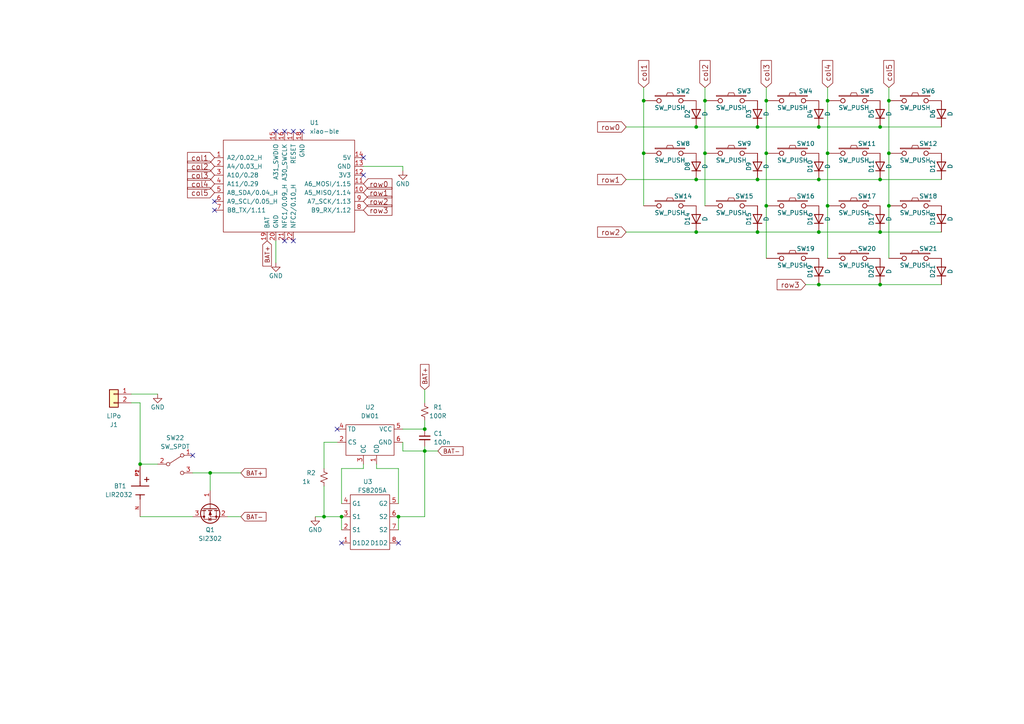
<source format=kicad_sch>
(kicad_sch (version 20230121) (generator eeschema)
  (paper "A4")
  (title_block (title "Corne Choc Xiao") (date "2023-06-09") (rev "2.0"))
  (lib_symbols
    (symbol "3002:3002" (pin_names (offset 1.016))
      (property "Reference" "BT" (at -3.81 3.81 0))
      (property "Value" "3002" (at -3.81 -5.08 0))
      (symbol "3002_0_0"
        (polyline (pts (xy -3.81 1.905) (xy -2.54 1.905)) (stroke (width 0.254)))
        (polyline (pts (xy -3.175 2.54) (xy -3.175 1.27)) (stroke (width 0.254)))
        (polyline (pts (xy -1.27 0) (xy -2.54 0)) (stroke (width 0.254)))
        (polyline (pts (xy -1.27 0) (xy -1.27 -2.54)) (stroke (width 0.254)))
        (polyline (pts (xy -1.27 2.54) (xy -1.27 0)) (stroke (width 0.254)))
        (polyline (pts (xy 1.27 0) (xy 1.27 -1.27)) (stroke (width 0.254)))
        (polyline (pts (xy 1.27 0) (xy 2.54 0)) (stroke (width 0.254)))
        (polyline (pts (xy 1.27 1.27) (xy 1.27 0)) (stroke (width 0.254)))
        (pin passive line (at 7.62 0 180) (length 5.08) (name "~") (number "N"))
        (pin passive line (at -7.62 0 0) (length 5.08) (name "~") (number "P1"))
        (pin passive line (at -7.62 0 0) (length 5.08) (name "~") (number "P2"))
      )
    )
    (symbol "Connector_Generic:Conn_01x02" (pin_names (offset 1.016) hide)
      (property "Reference" "J" (at 0 2.54 0))
      (property "Value" "Conn_01x02" (at 0 -5.08 0))
      (symbol "Conn_01x02_1_1"
        (rectangle (start -1.27 -2.413) (end 0 -2.667) (stroke (width 0.1524)))
        (rectangle (start -1.27 0.127) (end 0 -0.127) (stroke (width 0.1524)))
        (rectangle (start -1.27 1.27) (end 1.27 -3.81) (stroke (width 0.254)) (fill (type background)))
        (pin passive line (at -5.08 0 0) (length 3.81) (name "Pin_1") (number "1"))
        (pin passive line (at -5.08 -2.54 0) (length 3.81) (name "Pin_2") (number "2"))
      )
    )
    (symbol "Device:C_Small" (pin_numbers hide) (pin_names (offset 0.254) hide)
      (property "Reference" "C" (at 0.254 1.778 0))
      (property "Value" "C_Small" (at 0.254 -2.032 0))
      (symbol "C_Small_0_1"
        (polyline (pts (xy -1.524 -0.508) (xy 1.524 -0.508)) (stroke (width 0.3302)))
        (polyline (pts (xy -1.524 0.508) (xy 1.524 0.508)) (stroke (width 0.3048)))
      )
      (symbol "C_Small_1_1"
        (pin passive line (at 0 2.54 270) (length 2.032) (name "~") (number "1"))
        (pin passive line (at 0 -2.54 90) (length 2.032) (name "~") (number "2"))
      )
    )
    (symbol "Device:D" (pin_numbers hide) (pin_names (offset 1.016) hide)
      (property "Reference" "D" (at 0 2.54 0))
      (property "Value" "D" (at 0 -2.54 0))
      (symbol "D_0_1"
        (polyline (pts (xy -1.27 1.27) (xy -1.27 -1.27)) (stroke (width 0.254)))
        (polyline (pts (xy 1.27 0) (xy -1.27 0)))
        (polyline (pts (xy 1.27 1.27) (xy 1.27 -1.27) (xy -1.27 0) (xy 1.27 1.27)) (stroke (width 0.254)))
      )
      (symbol "D_1_1"
        (pin passive line (at -3.81 0 0) (length 2.54) (name "K") (number "1"))
        (pin passive line (at 3.81 0 180) (length 2.54) (name "A") (number "2"))
      )
    )
    (symbol "Device:R_Small_US" (pin_numbers hide) (pin_names (offset 0.254) hide)
      (property "Reference" "R" (at 0.762 0.508 0))
      (property "Value" "R_Small_US" (at 0.762 -1.016 0))
      (symbol "R_Small_US_1_1"
        (polyline (pts (xy 0 0) (xy 1.016 -0.381) (xy 0 -0.762) (xy -1.016 -1.143) (xy 0 -1.524)))
        (polyline (pts (xy 0 1.524) (xy 1.016 1.143) (xy 0 0.762) (xy -1.016 0.381) (xy 0 0)))
        (pin passive line (at 0 2.54 270) (length 1.016) (name "~") (number "1"))
        (pin passive line (at 0 -2.54 90) (length 1.016) (name "~") (number "2"))
      )
    )
    (symbol "Switch:SW_SPDT" (pin_names (offset 0) hide)
      (property "Reference" "SW" (at 0 4.318 0))
      (property "Value" "SW_SPDT" (at 0 -5.08 0))
      (symbol "SW_SPDT_0_0"
        (circle (center -2.032 0) (radius 0.508))
        (circle (center 2.032 -2.54) (radius 0.508))
      )
      (symbol "SW_SPDT_0_1"
        (polyline (pts (xy -1.524 0.254) (xy 1.651 2.286)))
        (circle (center 2.032 2.54) (radius 0.508))
      )
      (symbol "SW_SPDT_1_1"
        (pin passive line (at 5.08 2.54 180) (length 2.54) (name "A") (number "1"))
        (pin passive line (at -5.08 0 0) (length 2.54) (name "B") (number "2"))
        (pin passive line (at 5.08 -2.54 180) (length 2.54) (name "C") (number "3"))
      )
    )
    (symbol "Transistor_FET:AO3400A" (pin_names hide)
      (property "Reference" "Q" (at 5.08 1.905 0))
      (property "Value" "AO3400A" (at 5.08 0 0))
      (symbol "AO3400A_0_1"
        (polyline (pts (xy 0.254 0) (xy -2.54 0)))
        (polyline (pts (xy 0.254 1.905) (xy 0.254 -1.905)) (stroke (width 0.254)))
        (polyline (pts (xy 0.762 -1.27) (xy 0.762 -2.286)) (stroke (width 0.254)))
        (polyline (pts (xy 0.762 0.508) (xy 0.762 -0.508)) (stroke (width 0.254)))
        (polyline (pts (xy 0.762 2.286) (xy 0.762 1.27)) (stroke (width 0.254)))
        (polyline (pts (xy 2.54 2.54) (xy 2.54 1.778)))
        (polyline (pts (xy 2.54 -2.54) (xy 2.54 0) (xy 0.762 0)))
        (polyline (pts (xy 0.762 -1.778) (xy 3.302 -1.778) (xy 3.302 1.778) (xy 0.762 1.778)))
        (polyline (pts (xy 1.016 0) (xy 2.032 0.381) (xy 2.032 -0.381) (xy 1.016 0)) (fill (type outline)))
        (polyline (pts (xy 2.794 0.508) (xy 2.921 0.381) (xy 3.683 0.381) (xy 3.81 0.254)))
        (polyline (pts (xy 3.302 0.381) (xy 2.921 -0.254) (xy 3.683 -0.254) (xy 3.302 0.381)))
        (circle (center 1.651 0) (radius 2.794) (stroke (width 0.254)))
        (circle (center 2.54 -1.778) (radius 0.254) (fill (type outline)))
        (circle (center 2.54 1.778) (radius 0.254) (fill (type outline)))
      )
      (symbol "AO3400A_1_1"
        (pin input line (at -5.08 0 0) (length 2.54) (name "G") (number "1"))
        (pin passive line (at 2.54 -5.08 90) (length 2.54) (name "S") (number "2"))
        (pin passive line (at 2.54 5.08 270) (length 2.54) (name "D") (number "3"))
      )
    )
    (symbol "corne-chocolate-rescue:SW_PUSH-kbd" (pin_numbers hide) (pin_names (offset 1.016) hide)
      (property "Reference" "SW" (at 3.81 2.794 0))
      (property "Value" "kbd:SW_PUSH" (at 0 -2.032 0))
      (symbol "SW_PUSH-kbd_0_1"
        (rectangle (start -4.318 1.27) (end 4.318 1.524))
        (polyline (pts (xy -1.016 1.524) (xy -0.762 2.286) (xy 0.762 2.286) (xy 1.016 1.524)))
        (pin passive inverted (at -7.62 0 0) (length 5.08) (name "1") (number "1"))
        (pin passive inverted (at 7.62 0 180) (length 5.08) (name "2") (number "2"))
      )
    )
    (symbol "dw01a:DW01"
      (property "Reference" "U" (at 1.27 10.16 0))
      (property "Value" "DW01" (at 11.43 10.16 0))
      (symbol "DW01_0_1"
        (rectangle (start 0 8.89) (end 13.97 0))
      )
      (symbol "DW01_1_1"
        (pin input line (at 8.89 -2.54 90) (length 2.54) (name "OD") (number "1"))
        (pin input line (at -2.54 3.81 0) (length 2.54) (name "CS") (number "2"))
        (pin input line (at 5.08 -2.54 90) (length 2.54) (name "OC") (number "3"))
        (pin input line (at -2.54 7.62 0) (length 2.54) (name "TD") (number "4"))
        (pin input line (at 16.51 7.62 180) (length 2.54) (name "VCC") (number "5"))
        (pin input line (at 16.51 3.81 180) (length 2.54) (name "GND") (number "6"))
      )
    )
    (symbol "fs8205:FS8205A"
      (property "Reference" "U" (at 1.27 5.08 0))
      (property "Value" "FS8205A" (at -1.27 8.89 90))
      (symbol "FS8205A_0_1"
        (rectangle (start 0 11.43) (end 15.875 0))
      )
      (symbol "FS8205A_1_1"
        (pin input line (at 13.97 13.97 270) (length 2.54) (name "D1D2") (number "1"))
        (pin input line (at 10.16 13.97 270) (length 2.54) (name "S1") (number "2"))
        (pin input line (at 6.35 13.97 270) (length 2.54) (name "S1") (number "3"))
        (pin input line (at 2.54 13.97 270) (length 2.54) (name "G1") (number "4"))
        (pin input line (at 2.54 -2.54 90) (length 2.54) (name "G2") (number "5"))
        (pin input line (at 6.35 -2.54 90) (length 2.54) (name "S2") (number "6"))
        (pin input line (at 10.16 -2.54 90) (length 2.54) (name "S2") (number "7"))
        (pin input line (at 13.97 -2.54 90) (length 2.54) (name "D1D2") (number "8"))
      )
    )
    (symbol "mcu:xiao-ble" (pin_names (offset 1.016))
      (property "Reference" "U" (at -17.78 16.51 0))
      (property "Value" "xiao-ble" (at -15.24 13.97 0))
      (symbol "xiao-ble_0_1"
        (rectangle (start -19.05 12.7) (end 19.05 -13.97))
      )
      (symbol "xiao-ble_1_1"
        (pin bidirectional line (at -21.59 7.62 0) (length 2.54) (name "A2/0.02_H") (number "1"))
        (pin bidirectional line (at 21.59 -2.54 180) (length 2.54) (name "A5_MISO/1.14") (number "10"))
        (pin bidirectional line (at 21.59 0 180) (length 2.54) (name "A6_MOSI/1.15") (number "11"))
        (pin power_out line (at 21.59 2.54 180) (length 2.54) (name "3V3") (number "12"))
        (pin power_out line (at 21.59 5.08 180) (length 2.54) (name "GND") (number "13"))
        (pin power_out line (at 21.59 7.62 180) (length 2.54) (name "5V") (number "14"))
        (pin input line (at -3.81 15.24 270) (length 2.54) (name "A31_SWDIO") (number "15"))
        (pin input line (at -1.27 15.24 270) (length 2.54) (name "A30_SWCLK") (number "16"))
        (pin input line (at 1.27 15.24 270) (length 2.54) (name "RESET") (number "17"))
        (pin power_out line (at 3.81 15.24 270) (length 2.54) (name "GND") (number "18"))
        (pin bidirectional line (at -6.35 -16.51 90) (length 2.54) (name "BAT") (number "19"))
        (pin bidirectional line (at -21.59 5.08 0) (length 2.54) (name "A4/0.03_H") (number "2"))
        (pin power_out line (at -3.81 -16.51 90) (length 2.54) (name "GND") (number "20"))
        (pin bidirectional line (at -1.27 -16.51 90) (length 2.54) (name "NFC1/0.09_H") (number "21"))
        (pin bidirectional line (at 1.27 -16.51 90) (length 2.54) (name "NFC2/0.10_H") (number "22"))
        (pin bidirectional line (at -21.59 2.54 0) (length 2.54) (name "A10/0.28") (number "3"))
        (pin bidirectional line (at -21.59 0 0) (length 2.54) (name "A11/0.29") (number "4"))
        (pin bidirectional line (at -21.59 -2.54 0) (length 2.54) (name "A8_SDA/0.04_H") (number "5"))
        (pin bidirectional line (at -21.59 -5.08 0) (length 2.54) (name "A9_SCL/0.05_H") (number "6"))
        (pin bidirectional line (at -21.59 -7.62 0) (length 2.54) (name "B8_TX/1.11") (number "7"))
        (pin bidirectional line (at 21.59 -7.62 180) (length 2.54) (name "B9_RX/1.12") (number "8"))
        (pin bidirectional line (at 21.59 -5.08 180) (length 2.54) (name "A7_SCK/1.13") (number "9"))
      )
    )
    (symbol "power:GND" (power) (pin_names (offset 0))
      (property "Value" "GND" (at 0 -3.81 0))
      (symbol "GND_0_1"
        (polyline (pts (xy 0 0) (xy 0 -1.27) (xy 1.27 -1.27) (xy 0 -2.54) (xy -1.27 -1.27) (xy 0 -1.27)))
      )
      (symbol "GND_1_1"
        (pin power_in line (at 0 0 270) (length 0) hide (name "GND") (number "1"))
      )
    )
  )
  (junction (at 219.71 36.83))
  (junction (at 115.57 149.86))
  (junction (at 240.03 29.21))
  (junction (at 204.47 29.21))
  (junction (at 237.49 52.07))
  (junction (at 40.64 134.62))
  (junction (at 93.98 149.86))
  (junction (at 255.27 52.07))
  (junction (at 240.03 44.45))
  (junction (at 186.69 44.45))
  (junction (at 257.81 59.69))
  (junction (at 201.93 36.83))
  (junction (at 257.81 29.21))
  (junction (at 99.06 149.86))
  (junction (at 219.71 52.07))
  (junction (at 255.27 36.83))
  (junction (at 201.93 67.31))
  (junction (at 186.69 29.21))
  (junction (at 255.27 67.31))
  (junction (at 219.71 67.31))
  (junction (at 222.25 29.21))
  (junction (at 240.03 59.69))
  (junction (at 237.49 67.31))
  (junction (at 204.47 44.45))
  (junction (at 123.19 124.46))
  (junction (at 60.96 137.16))
  (junction (at 123.19 130.81))
  (junction (at 255.27 82.55))
  (junction (at 237.49 36.83))
  (junction (at 222.25 59.69))
  (junction (at 222.25 44.45))
  (junction (at 257.81 44.45))
  (junction (at 237.49 82.55))
  (junction (at 201.93 52.07))
  (no_connect (at 62.23 60.96))
  (no_connect (at 87.63 38.1))
  (no_connect (at 115.57 157.48))
  (no_connect (at 55.88 132.08))
  (no_connect (at 85.09 69.85))
  (no_connect (at 80.01 38.1))
  (no_connect (at 105.41 50.8))
  (no_connect (at 85.09 38.1))
  (no_connect (at 105.41 45.72))
  (no_connect (at 62.23 58.42))
  (no_connect (at 99.06 157.48))
  (no_connect (at 82.55 38.1))
  (no_connect (at 82.55 69.85))
  (no_connect (at 97.79 124.46))
  (wire (pts (xy 99.06 135.89) (xy 99.06 146.05)))
  (wire (pts (xy 201.93 52.07) (xy 219.71 52.07)))
  (wire (pts (xy 116.84 48.26) (xy 105.41 48.26)))
  (wire (pts (xy 219.71 67.31) (xy 237.49 67.31)))
  (wire (pts (xy 60.96 137.16) (xy 60.96 142.24)))
  (wire (pts (xy 116.84 128.27) (xy 116.84 130.81)))
  (wire (pts (xy 240.03 25.4) (xy 240.03 29.21)))
  (wire (pts (xy 240.03 44.45) (xy 240.03 59.69)))
  (wire (pts (xy 201.93 36.83) (xy 219.71 36.83)))
  (wire (pts (xy 93.98 140.97) (xy 93.98 149.86)))
  (wire (pts (xy 55.88 137.16) (xy 60.96 137.16)))
  (wire (pts (xy 222.25 25.4) (xy 222.25 29.21)))
  (wire (pts (xy 45.72 114.3) (xy 38.1 114.3)))
  (wire (pts (xy 222.25 44.45) (xy 222.25 59.69)))
  (wire (pts (xy 123.19 121.92) (xy 123.19 124.46)))
  (wire (pts (xy 237.49 82.55) (xy 255.27 82.55)))
  (wire (pts (xy 116.84 130.81) (xy 123.19 130.81)))
  (wire (pts (xy 97.79 128.27) (xy 93.98 128.27)))
  (wire (pts (xy 181.61 67.31) (xy 201.93 67.31)))
  (wire (pts (xy 93.98 149.86) (xy 99.06 149.86)))
  (wire (pts (xy 123.19 130.81) (xy 123.19 149.86)))
  (wire (pts (xy 222.25 29.21) (xy 222.25 44.45)))
  (wire (pts (xy 40.64 116.84) (xy 40.64 134.62)))
  (wire (pts (xy 219.71 36.83) (xy 237.49 36.83)))
  (wire (pts (xy 115.57 135.89) (xy 115.57 146.05)))
  (wire (pts (xy 255.27 36.83) (xy 273.05 36.83)))
  (wire (pts (xy 204.47 29.21) (xy 204.47 44.45)))
  (wire (pts (xy 204.47 25.4) (xy 204.47 29.21)))
  (wire (pts (xy 240.03 59.69) (xy 240.03 74.93)))
  (wire (pts (xy 116.84 49.53) (xy 116.84 48.26)))
  (wire (pts (xy 255.27 82.55) (xy 273.05 82.55)))
  (wire (pts (xy 233.68 82.55) (xy 237.49 82.55)))
  (wire (pts (xy 116.84 124.46) (xy 123.19 124.46)))
  (wire (pts (xy 99.06 149.86) (xy 99.06 153.67)))
  (wire (pts (xy 219.71 52.07) (xy 237.49 52.07)))
  (wire (pts (xy 60.96 137.16) (xy 69.85 137.16)))
  (wire (pts (xy 237.49 67.31) (xy 255.27 67.31)))
  (wire (pts (xy 109.22 135.89) (xy 115.57 135.89)))
  (wire (pts (xy 66.04 149.86) (xy 69.85 149.86)))
  (wire (pts (xy 201.93 67.31) (xy 219.71 67.31)))
  (wire (pts (xy 91.44 149.86) (xy 93.98 149.86)))
  (wire (pts (xy 240.03 29.21) (xy 240.03 44.45)))
  (wire (pts (xy 115.57 149.86) (xy 115.57 153.67)))
  (wire (pts (xy 105.41 135.89) (xy 99.06 135.89)))
  (wire (pts (xy 255.27 67.31) (xy 273.05 67.31)))
  (wire (pts (xy 237.49 52.07) (xy 255.27 52.07)))
  (wire (pts (xy 109.22 134.62) (xy 109.22 135.89)))
  (wire (pts (xy 222.25 59.69) (xy 222.25 74.93)))
  (wire (pts (xy 237.49 36.83) (xy 255.27 36.83)))
  (wire (pts (xy 186.69 44.45) (xy 186.69 59.69)))
  (wire (pts (xy 38.1 116.84) (xy 40.64 116.84)))
  (wire (pts (xy 181.61 52.07) (xy 201.93 52.07)))
  (wire (pts (xy 123.19 113.03) (xy 123.19 116.84)))
  (wire (pts (xy 181.61 36.83) (xy 201.93 36.83)))
  (wire (pts (xy 123.19 149.86) (xy 115.57 149.86)))
  (wire (pts (xy 257.81 59.69) (xy 257.81 74.93)))
  (wire (pts (xy 40.64 149.86) (xy 55.88 149.86)))
  (wire (pts (xy 80.01 76.2) (xy 80.01 69.85)))
  (wire (pts (xy 93.98 128.27) (xy 93.98 135.89)))
  (wire (pts (xy 40.64 134.62) (xy 45.72 134.62)))
  (wire (pts (xy 123.19 130.81) (xy 127 130.81)))
  (wire (pts (xy 257.81 25.4) (xy 257.81 29.21)))
  (wire (pts (xy 204.47 44.45) (xy 204.47 59.69)))
  (wire (pts (xy 186.69 29.21) (xy 186.69 44.45)))
  (wire (pts (xy 123.19 130.81) (xy 123.19 129.54)))
  (wire (pts (xy 186.69 25.4) (xy 186.69 29.21)))
  (wire (pts (xy 105.41 134.62) (xy 105.41 135.89)))
  (wire (pts (xy 257.81 29.21) (xy 257.81 44.45)))
  (wire (pts (xy 257.81 44.45) (xy 257.81 59.69)))
  (wire (pts (xy 255.27 52.07) (xy 273.05 52.07)))
  (global_label "col5" (shape input) (at 257.81 25.4 90) (effects (font (size 1.524 1.524))) (property "Intersheetrefs" "${INTERSHEET_REFS}" (effects hide)))
  (global_label "BAT-" (shape input) (at 69.85 149.86 0) (property "Intersheetrefs" "${INTERSHEET_REFS}" (effects hide)))
  (global_label "BAT+" (shape input) (at 77.47 69.85 270) (property "Intersheetrefs" "${INTERSHEET_REFS}" (effects hide)))
  (global_label "row2" (shape input) (at 181.61 67.31 180) (effects (font (size 1.524 1.524))) (property "Intersheetrefs" "${INTERSHEET_REFS}" (effects hide)))
  (global_label "BAT+" (shape input) (at 123.19 113.03 90) (property "Intersheetrefs" "${INTERSHEET_REFS}" (effects hide)))
  (global_label "col1" (shape input) (at 186.69 25.4 90) (effects (font (size 1.524 1.524))) (property "Intersheetrefs" "${INTERSHEET_REFS}" (effects hide)))
  (global_label "row0" (shape input) (at 105.41 53.34 0) (effects (font (size 1.524 1.524))) (property "Intersheetrefs" "${INTERSHEET_REFS}" (effects hide)))
  (global_label "col3" (shape input) (at 222.25 25.4 90) (effects (font (size 1.524 1.524))) (property "Intersheetrefs" "${INTERSHEET_REFS}" (effects hide)))
  (global_label "row1" (shape input) (at 181.61 52.07 180) (effects (font (size 1.524 1.524))) (property "Intersheetrefs" "${INTERSHEET_REFS}" (effects hide)))
  (global_label "BAT-" (shape input) (at 127 130.81 0) (property "Intersheetrefs" "${INTERSHEET_REFS}" (effects hide)))
  (global_label "row2" (shape input) (at 105.41 58.42 0) (effects (font (size 1.524 1.524))) (property "Intersheetrefs" "${INTERSHEET_REFS}" (effects hide)))
  (global_label "BAT+" (shape input) (at 69.85 137.16 0) (property "Intersheetrefs" "${INTERSHEET_REFS}" (effects hide)))
  (global_label "col3" (shape input) (at 62.23 50.8 180) (effects (font (size 1.524 1.524))) (property "Intersheetrefs" "${INTERSHEET_REFS}" (effects hide)))
  (global_label "row1" (shape input) (at 105.41 55.88 0) (effects (font (size 1.524 1.524))) (property "Intersheetrefs" "${INTERSHEET_REFS}" (effects hide)))
  (global_label "col2" (shape input) (at 62.23 48.26 180) (effects (font (size 1.524 1.524))) (property "Intersheetrefs" "${INTERSHEET_REFS}" (effects hide)))
  (global_label "col1" (shape input) (at 62.23 45.72 180) (effects (font (size 1.524 1.524))) (property "Intersheetrefs" "${INTERSHEET_REFS}" (effects hide)))
  (global_label "col5" (shape input) (at 62.23 55.88 180) (effects (font (size 1.524 1.524))) (property "Intersheetrefs" "${INTERSHEET_REFS}" (effects hide)))
  (global_label "col4" (shape input) (at 62.23 53.34 180) (effects (font (size 1.524 1.524))) (property "Intersheetrefs" "${INTERSHEET_REFS}" (effects hide)))
  (global_label "col4" (shape input) (at 240.03 25.4 90) (effects (font (size 1.524 1.524))) (property "Intersheetrefs" "${INTERSHEET_REFS}" (effects hide)))
  (global_label "row3" (shape input) (at 233.68 82.55 180) (effects (font (size 1.524 1.524))) (property "Intersheetrefs" "${INTERSHEET_REFS}" (effects hide)))
  (global_label "col2" (shape input) (at 204.47 25.4 90) (effects (font (size 1.524 1.524))) (property "Intersheetrefs" "${INTERSHEET_REFS}" (effects hide)))
  (global_label "row3" (shape input) (at 105.41 60.96 0) (effects (font (size 1.524 1.524))) (property "Intersheetrefs" "${INTERSHEET_REFS}" (effects hide)))
  (global_label "row0" (shape input) (at 181.61 36.83 180) (effects (font (size 1.524 1.524))) (property "Intersheetrefs" "${INTERSHEET_REFS}" (effects hide)))
  (symbol (lib_id "corne-chocolate-rescue:SW_PUSH-kbd") (at 194.31 29.21 0) (unit 1)
    (property "Reference" "SW2" (at 198.12 26.416 0))
    (property "Value" "SW_PUSH" (at 194.31 31.242 0))
    (property "Footprint" "corne-choc-xiao:choc_socket-rev" (effects hide))
  )
  (symbol (lib_id "Device:D") (at 201.93 33.02 90) (unit 1)
    (property "Reference" "D2" (at 199.39 33.02 0))
    (property "Value" "D" (at 204.47 33.02 0))
    (property "Footprint" "corne-choc-xiao:D3_TH_SMD_v2" (effects hide))
  )
  (symbol (lib_id "corne-chocolate-rescue:SW_PUSH-kbd") (at 212.09 29.21 0) (unit 1)
    (property "Reference" "SW3" (at 215.9 26.416 0))
    (property "Value" "SW_PUSH" (at 212.09 31.242 0))
    (property "Footprint" "corne-choc-xiao:choc_socket-rev" (effects hide))
  )
  (symbol (lib_id "Device:D") (at 219.71 33.02 90) (unit 1)
    (property "Reference" "D3" (at 217.17 33.02 0))
    (property "Value" "D" (at 222.25 33.02 0))
    (property "Footprint" "corne-choc-xiao:D3_TH_SMD_v2" (effects hide))
  )
  (symbol (lib_id "corne-chocolate-rescue:SW_PUSH-kbd") (at 229.87 29.21 0) (unit 1)
    (property "Reference" "SW4" (at 233.68 26.416 0))
    (property "Value" "SW_PUSH" (at 229.87 31.242 0))
    (property "Footprint" "corne-choc-xiao:choc_socket-rev" (effects hide))
  )
  (symbol (lib_id "corne-chocolate-rescue:SW_PUSH-kbd") (at 247.65 29.21 0) (unit 1)
    (property "Reference" "SW5" (at 251.46 26.416 0))
    (property "Value" "SW_PUSH" (at 247.65 31.242 0))
    (property "Footprint" "corne-choc-xiao:choc_socket-rev" (effects hide))
  )
  (symbol (lib_id "corne-chocolate-rescue:SW_PUSH-kbd") (at 265.43 29.21 0) (unit 1)
    (property "Reference" "SW6" (at 269.24 26.416 0))
    (property "Value" "SW_PUSH" (at 265.43 31.242 0))
    (property "Footprint" "corne-choc-xiao:choc_socket-rev" (effects hide))
  )
  (symbol (lib_id "Device:D") (at 237.49 33.02 90) (unit 1)
    (property "Reference" "D4" (at 234.95 33.02 0))
    (property "Value" "D" (at 240.03 33.02 0))
    (property "Footprint" "corne-choc-xiao:D3_TH_SMD_v2" (effects hide))
  )
  (symbol (lib_id "Device:D") (at 255.27 33.02 90) (unit 1)
    (property "Reference" "D5" (at 252.73 33.02 0))
    (property "Value" "D" (at 257.81 33.02 0))
    (property "Footprint" "corne-choc-xiao:D3_TH_SMD_v2" (effects hide))
  )
  (symbol (lib_id "Device:D") (at 273.05 33.02 90) (unit 1)
    (property "Reference" "D6" (at 270.51 33.02 0))
    (property "Value" "D" (at 275.59 33.02 0))
    (property "Footprint" "corne-choc-xiao:D3_TH_SMD_v2" (effects hide))
  )
  (symbol (lib_id "corne-chocolate-rescue:SW_PUSH-kbd") (at 194.31 44.45 0) (unit 1)
    (property "Reference" "SW8" (at 198.12 41.656 0))
    (property "Value" "SW_PUSH" (at 194.31 46.482 0))
    (property "Footprint" "corne-choc-xiao:choc_socket-rev" (effects hide))
  )
  (symbol (lib_id "Device:D") (at 201.93 48.26 90) (unit 1)
    (property "Reference" "D8" (at 199.39 48.26 0))
    (property "Value" "D" (at 204.47 48.26 0))
    (property "Footprint" "corne-choc-xiao:D3_TH_SMD_v2" (effects hide))
  )
  (symbol (lib_id "corne-chocolate-rescue:SW_PUSH-kbd") (at 212.09 44.45 0) (unit 1)
    (property "Reference" "SW9" (at 215.9 41.656 0))
    (property "Value" "SW_PUSH" (at 212.09 46.482 0))
    (property "Footprint" "corne-choc-xiao:choc_socket-rev" (effects hide))
  )
  (symbol (lib_id "Device:D") (at 219.71 48.26 90) (unit 1)
    (property "Reference" "D9" (at 217.17 48.26 0))
    (property "Value" "D" (at 222.25 48.26 0))
    (property "Footprint" "corne-choc-xiao:D3_TH_SMD_v2" (effects hide))
  )
  (symbol (lib_id "corne-chocolate-rescue:SW_PUSH-kbd") (at 229.87 44.45 0) (unit 1)
    (property "Reference" "SW10" (at 233.68 41.656 0))
    (property "Value" "SW_PUSH" (at 229.87 46.482 0))
    (property "Footprint" "corne-choc-xiao:choc_socket-rev" (effects hide))
  )
  (symbol (lib_id "corne-chocolate-rescue:SW_PUSH-kbd") (at 247.65 44.45 0) (unit 1)
    (property "Reference" "SW11" (at 251.46 41.656 0))
    (property "Value" "SW_PUSH" (at 247.65 46.482 0))
    (property "Footprint" "corne-choc-xiao:choc_socket-rev" (effects hide))
  )
  (symbol (lib_id "corne-chocolate-rescue:SW_PUSH-kbd") (at 265.43 44.45 0) (unit 1)
    (property "Reference" "SW12" (at 269.24 41.656 0))
    (property "Value" "SW_PUSH" (at 265.43 46.482 0))
    (property "Footprint" "corne-choc-xiao:choc_socket-rev" (effects hide))
  )
  (symbol (lib_id "Device:D") (at 237.49 48.26 90) (unit 1)
    (property "Reference" "D10" (at 234.95 48.26 0))
    (property "Value" "D" (at 240.03 48.26 0))
    (property "Footprint" "corne-choc-xiao:D3_TH_SMD_v2" (effects hide))
  )
  (symbol (lib_id "Device:D") (at 255.27 48.26 90) (unit 1)
    (property "Reference" "D11" (at 252.73 48.26 0))
    (property "Value" "D" (at 257.81 48.26 0))
    (property "Footprint" "corne-choc-xiao:D3_TH_SMD_v2" (effects hide))
  )
  (symbol (lib_id "Device:D") (at 273.05 48.26 90) (unit 1)
    (property "Reference" "D12" (at 270.51 48.26 0))
    (property "Value" "D" (at 275.59 48.26 0))
    (property "Footprint" "corne-choc-xiao:D3_TH_SMD_v2" (effects hide))
  )
  (symbol (lib_id "corne-chocolate-rescue:SW_PUSH-kbd") (at 194.31 59.69 0) (unit 1)
    (property "Reference" "SW14" (at 198.12 56.896 0))
    (property "Value" "SW_PUSH" (at 194.31 61.722 0))
    (property "Footprint" "corne-choc-xiao:choc_socket-rev" (effects hide))
  )
  (symbol (lib_id "Device:D") (at 201.93 63.5 90) (unit 1)
    (property "Reference" "D14" (at 199.39 63.5 0))
    (property "Value" "D" (at 204.47 63.5 0))
    (property "Footprint" "corne-choc-xiao:D3_TH_SMD_v2" (effects hide))
  )
  (symbol (lib_id "corne-chocolate-rescue:SW_PUSH-kbd") (at 212.09 59.69 0) (unit 1)
    (property "Reference" "SW15" (at 215.9 56.896 0))
    (property "Value" "SW_PUSH" (at 212.09 61.722 0))
    (property "Footprint" "corne-choc-xiao:choc_socket-rev" (effects hide))
  )
  (symbol (lib_id "Device:D") (at 219.71 63.5 90) (unit 1)
    (property "Reference" "D15" (at 217.17 63.5 0))
    (property "Value" "D" (at 222.25 63.5 0))
    (property "Footprint" "corne-choc-xiao:D3_TH_SMD_v2" (effects hide))
  )
  (symbol (lib_id "corne-chocolate-rescue:SW_PUSH-kbd") (at 229.87 59.69 0) (unit 1)
    (property "Reference" "SW16" (at 233.68 56.896 0))
    (property "Value" "SW_PUSH" (at 229.87 61.722 0))
    (property "Footprint" "corne-choc-xiao:choc_socket-rev" (effects hide))
  )
  (symbol (lib_id "corne-chocolate-rescue:SW_PUSH-kbd") (at 247.65 59.69 0) (unit 1)
    (property "Reference" "SW17" (at 251.46 56.896 0))
    (property "Value" "SW_PUSH" (at 247.65 61.722 0))
    (property "Footprint" "corne-choc-xiao:choc_socket-rev" (effects hide))
  )
  (symbol (lib_id "corne-chocolate-rescue:SW_PUSH-kbd") (at 265.43 59.69 0) (unit 1)
    (property "Reference" "SW18" (at 269.24 56.896 0))
    (property "Value" "SW_PUSH" (at 265.43 61.722 0))
    (property "Footprint" "corne-choc-xiao:choc_socket-rev" (effects hide))
  )
  (symbol (lib_id "Device:D") (at 237.49 63.5 90) (unit 1)
    (property "Reference" "D16" (at 234.95 63.5 0))
    (property "Value" "D" (at 240.03 63.5 0))
    (property "Footprint" "corne-choc-xiao:D3_TH_SMD_v2" (effects hide))
  )
  (symbol (lib_id "Device:D") (at 255.27 63.5 90) (unit 1)
    (property "Reference" "D17" (at 252.73 63.5 0))
    (property "Value" "D" (at 257.81 63.5 0))
    (property "Footprint" "corne-choc-xiao:D3_TH_SMD_v2" (effects hide))
  )
  (symbol (lib_id "Device:D") (at 273.05 63.5 90) (unit 1)
    (property "Reference" "D18" (at 270.51 63.5 0))
    (property "Value" "D" (at 275.59 63.5 0))
    (property "Footprint" "corne-choc-xiao:D3_TH_SMD_v2" (effects hide))
  )
  (symbol (lib_id "corne-chocolate-rescue:SW_PUSH-kbd") (at 247.65 74.93 0) (unit 1)
    (property "Reference" "SW20" (at 251.46 72.136 0))
    (property "Value" "SW_PUSH" (at 247.65 76.962 0))
    (property "Footprint" "corne-choc-xiao:choc_socket-rev" (effects hide))
  )
  (symbol (lib_id "Device:D") (at 255.27 78.74 90) (unit 1)
    (property "Reference" "D20" (at 252.73 78.74 0))
    (property "Value" "D" (at 257.81 78.74 0))
    (property "Footprint" "corne-choc-xiao:D3_TH_SMD_v2" (effects hide))
  )
  (symbol (lib_id "corne-chocolate-rescue:SW_PUSH-kbd") (at 265.43 74.93 0) (unit 1)
    (property "Reference" "SW21" (at 269.24 72.136 0))
    (property "Value" "SW_PUSH" (at 265.43 76.962 0))
    (property "Footprint" "corne-choc-xiao:choc_socket-rev" (effects hide))
  )
  (symbol (lib_id "Device:D") (at 273.05 78.74 90) (unit 1)
    (property "Reference" "D21" (at 270.51 78.74 0))
    (property "Value" "D" (at 275.59 78.74 0))
    (property "Footprint" "corne-choc-xiao:D3_TH_SMD_v2" (effects hide))
  )
  (symbol (lib_id "corne-chocolate-rescue:SW_PUSH-kbd") (at 229.87 74.93 0) (unit 1)
    (property "Reference" "SW19" (at 233.68 72.136 0))
    (property "Value" "SW_PUSH" (at 229.87 76.962 0))
    (property "Footprint" "corne-choc-xiao:choc_socket-rev" (effects hide))
  )
  (symbol (lib_id "Device:D") (at 237.49 78.74 90) (unit 1)
    (property "Reference" "D19" (at 234.95 78.74 0))
    (property "Value" "D" (at 240.03 78.74 0))
    (property "Footprint" "corne-choc-xiao:D3_TH_SMD_v2" (effects hide))
  )
  (symbol (lib_id "Device:C_Small") (at 123.19 127 0) (unit 1)
    (property "Reference" "C1" (at 125.73 125.7363 0) (effects (justify left)))
    (property "Value" "100n" (at 125.73 128.27 0) (effects (justify left)))
    (property "Footprint" "Capacitor_SMD:C_0603_1608Metric_Pad1.08x0.95mm_HandSolder" (effects hide))
  )
  (symbol (lib_id "Transistor_FET:AO3400A") (at 60.96 147.32 90) (mirror x) (unit 1)
    (property "Reference" "Q1" (at 60.96 153.67 90))
    (property "Value" "SI2302" (at 60.96 156.21 90))
    (property "Footprint" "Package_TO_SOT_SMD:SOT-23" (effects hide))
    (property "Datasheet" "http://www.aosmd.com/pdfs/datasheet/AO3400A.pdf" (effects hide))
  )
  (symbol (lib_id "Device:R_Small_US") (at 93.98 138.43 0) (unit 1)
    (property "Reference" "R2" (at 88.9 137.16 0) (effects (justify left)))
    (property "Value" "1k" (at 87.63 139.7 0) (effects (justify left)))
    (property "Footprint" "Resistor_SMD:R_0603_1608Metric_Pad0.98x0.95mm_HandSolder" (effects hide))
  )
  (symbol (lib_id "Switch:SW_SPDT") (at 50.8 134.62 0) (unit 1)
    (property "Reference" "SW22" (at 50.8 127 0))
    (property "Value" "SW_SPDT" (at 50.8 129.54 0))
    (property "Footprint" "Button_Switch_SMD:SW_SPDT_PCM12" (effects hide))
  )
  (symbol (lib_id "Connector_Generic:Conn_01x02") (at 33.02 114.3 0) (mirror y) (unit 1)
    (property "Reference" "J1" (at 33.02 123.19 0))
    (property "Value" "LiPo" (at 33.02 120.65 0))
    (property "Footprint" "Connector_JST:JST_GH_SM02B-GHS-TB_1x02-1MP_P1.25mm_Horizontal" (effects hide))
  )
  (symbol (lib_id "Device:R_Small_US") (at 123.19 119.38 180) (unit 1)
    (property "Reference" "R1" (at 127 118.11 0))
    (property "Value" "100R" (at 127 120.65 0))
    (property "Footprint" "Resistor_SMD:R_0603_1608Metric_Pad0.98x0.95mm_HandSolder" (effects hide))
  )
  (symbol (lib_id "3002:3002") (at 40.64 142.24 270) (unit 1)
    (property "Reference" "BT1" (at 33.02 140.97 90) (effects (justify left)))
    (property "Value" "LIR2032" (at 30.48 143.51 90) (effects (justify left)))
    (property "Footprint" "3002:BAT_3002" (effects hide))
    (property "PARTREV" "A" (effects hide))
    (property "MANUFACTURER" "Keystone" (effects hide))
    (property "SNAPEDA_PN" "3026" (effects hide))
    (property "MAXIMUM_PACKAGE_HEIGHT" "2.41mm" (effects hide))
    (property "STANDARD" "Manufacturer Recommendations" (effects hide))
  )
  (symbol (lib_id "power:GND") (at 80.01 76.2 0) (unit 1)
    (property "Reference" "#PWR04" (effects hide))
    (property "Value" "GND" (at 80.01 80.01 0))
  )
  (symbol (lib_id "dw01a:DW01") (at 100.33 132.08 0) (unit 1)
    (property "Reference" "U2" (at 107.315 118.11 0))
    (property "Value" "DW01" (at 107.315 120.65 0))
    (property "Footprint" "Package_TO_SOT_SMD:SOT-23-6" (effects hide))
  )
  (symbol (lib_id "mcu:xiao-ble") (at 83.82 53.34 0) (unit 1)
    (property "Reference" "U1" (at 89.8241 35.56 0) (effects (justify left)))
    (property "Value" "xiao-ble" (at 89.8241 38.1 0) (effects (justify left)))
    (property "Footprint" "corne-choc-xiao:xiao-ble-tht-cutout" (effects hide))
  )
  (symbol (lib_id "power:GND") (at 45.72 114.3 0) (mirror y) (unit 1)
    (property "Reference" "#PWR06" (effects hide))
    (property "Value" "GND" (at 45.72 118.11 0))
  )
  (symbol (lib_id "power:GND") (at 116.84 49.53 0) (unit 1)
    (property "Reference" "#PWR05" (effects hide))
    (property "Value" "GND" (at 116.84 53.34 0))
  )
  (symbol (lib_id "power:GND") (at 91.44 149.86 0) (unit 1)
    (property "Reference" "#PWR01" (effects hide))
    (property "Value" "GND" (at 91.44 153.67 0))
  )
  (symbol (lib_id "fs8205:FS8205A") (at 113.03 143.51 90) (mirror x) (unit 1)
    (property "Reference" "U3" (at 106.68 139.7 90))
    (property "Value" "FS8205A" (at 107.95 142.24 90))
    (property "Footprint" "Package_SO:TSSOP-8_4.4x3mm_P0.65mm" (effects hide))
  )
)
</source>
